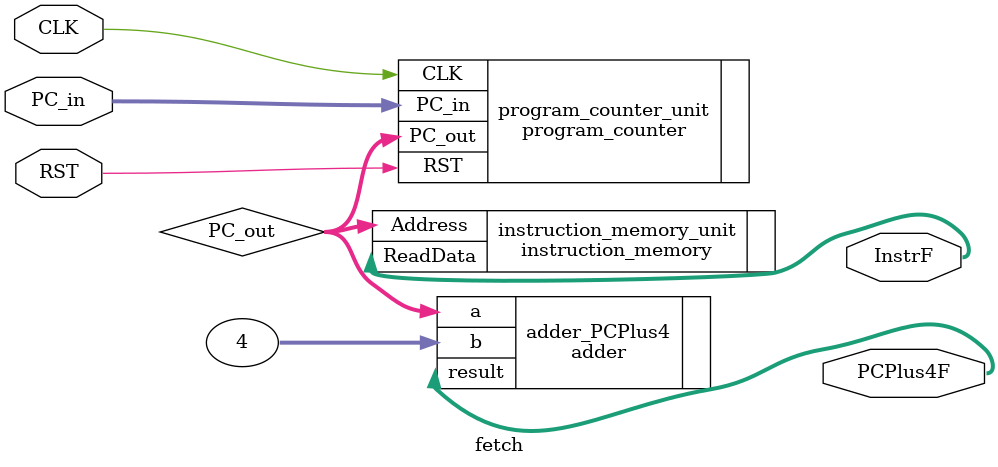
<source format=v>
module fetch(
    input CLK, RST,
    input [31:0] PC_in,
    output reg [31:0] InstrF,
    output wire [31:0] PCPlus4F,
);
    wire [31:0] PC_out;
    
    program_counter program_counter_unit(
		.CLK(CLK),
		.RST(RST),
		.PC_in(PC_in),
		.PC_out(PC_out)
	);

   	instruction_memory instruction_memory_unit(
		.Address(PC_out),
		.ReadData(InstrF)
	);

    adder adder_PCPlus4 (
		.a(PC_out),
		.b(32'd4),
		.result(PCPlus4F)
	);
endmodule
</source>
